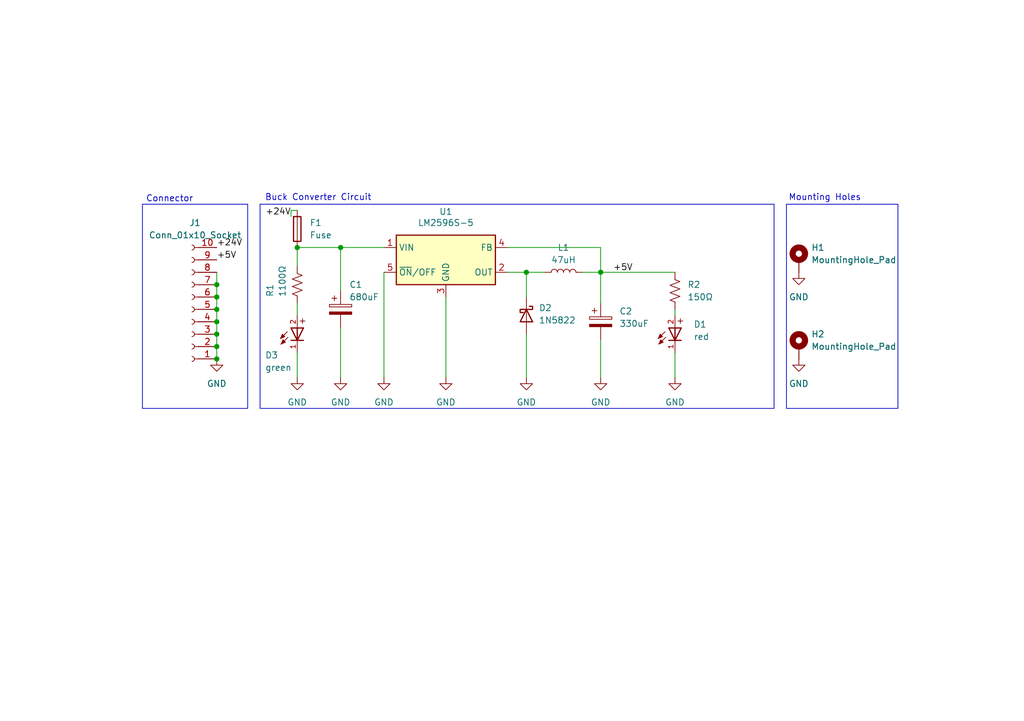
<source format=kicad_sch>
(kicad_sch (version 20250114) (generator "eeschema") (generator_version "9.0")
  (paper "A5")
  (lib_symbols
    (symbol "Device:C_Polarized" (pin_numbers (hide yes)) (pin_names (offset 0.254))
      (property "Reference" "C" (at 0.635 2.54 0))
      (property "Value" "C_Polarized" (at 0.635 -2.54 0))
      (symbol "C_Polarized_0_1"
        (rectangle (start -2.286 0.508) (end 2.286 1.016))
        (polyline (pts (xy -1.778 2.286) (xy -0.762 2.286)))
        (polyline (pts (xy -1.27 2.794) (xy -1.27 1.778)))
        (rectangle (start 2.286 -0.508) (end -2.286 -1.016) (fill (type outline)))
      )
      (symbol "C_Polarized_1_1"
        (pin passive line (at 0 3.81 270) (length 2.794) (name "~") (number "1"))
        (pin passive line (at 0 -3.81 90) (length 2.794) (name "~") (number "2"))
      )
    )
    (symbol "Device:Fuse" (pin_numbers (hide yes)) (pin_names (offset 0))
      (property "Reference" "F" (at 2.032 0 90))
      (property "Value" "Fuse" (at -1.905 0 90))
      (symbol "Fuse_0_1"
        (rectangle (start -0.762 -2.54) (end 0.762 2.54) (stroke (width 0.254)))
        (polyline (pts (xy 0 2.54) (xy 0 -2.54)))
      )
      (symbol "Fuse_1_1"
        (pin passive line (at 0 3.81 270) (length 1.27) (name "~") (number "1"))
        (pin passive line (at 0 -3.81 90) (length 1.27) (name "~") (number "2"))
      )
    )
    (symbol "Device:R_US" (pin_numbers (hide yes)) (pin_names (offset 0))
      (property "Reference" "R" (at 2.54 0 90))
      (property "Value" "R_US" (at -2.54 0 90))
      (symbol "R_US_0_1"
        (polyline (pts (xy 0 2.286) (xy 0 2.54)))
        (polyline (pts (xy 0 2.286) (xy 1.016 1.905) (xy 0 1.524) (xy -1.016 1.143) (xy 0 0.762)))
        (polyline (pts (xy 0 0.762) (xy 1.016 0.381) (xy 0 0) (xy -1.016 -0.381) (xy 0 -0.762)))
        (polyline (pts (xy 0 -0.762) (xy 1.016 -1.143) (xy 0 -1.524) (xy -1.016 -1.905) (xy 0 -2.286)))
        (polyline (pts (xy 0 -2.286) (xy 0 -2.54)))
      )
      (symbol "R_US_1_1"
        (pin passive line (at 0 3.81 270) (length 1.27) (name "~") (number "1"))
        (pin passive line (at 0 -3.81 90) (length 1.27) (name "~") (number "2"))
      )
    )
    (symbol "Library:1N5822" (pin_numbers (hide yes)) (pin_names (offset 1.016) (hide yes))
      (property "Reference" "D" (at 0 2.54 0))
      (property "Value" "1N5822" (at 0 -2.54 0))
      (symbol "1N5822_0_1"
        (polyline (pts (xy -1.905 0.635) (xy -1.905 1.27) (xy -1.27 1.27) (xy -1.27 -1.27) (xy -0.635 -1.27) (xy -0.635 -0.635)) (stroke (width 0.254)))
        (polyline (pts (xy 1.27 1.27) (xy 1.27 -1.27) (xy -1.27 0) (xy 1.27 1.27)) (stroke (width 0.254)))
        (polyline (pts (xy 1.27 0) (xy -1.27 0)))
      )
      (symbol "1N5822_1_1"
        (pin passive line (at -3.81 0 0) (length 2.54) (name "K") (number "1"))
        (pin passive line (at 3.81 0 180) (length 2.54) (name "A") (number "2"))
      )
    )
    (symbol "Library:Conn_01x10_Socket" (pin_names (offset 1.016) (hide yes))
      (property "Reference" "J" (at 0 12.7 0))
      (property "Value" "Conn_01x10_Socket" (at 0 -15.24 0))
      (symbol "Conn_01x10_Socket_1_1"
        (polyline (pts (xy -1.27 10.16) (xy -0.508 10.16)) (stroke (width 0.1524)))
        (polyline (pts (xy -1.27 7.62) (xy -0.508 7.62)) (stroke (width 0.1524)))
        (polyline (pts (xy -1.27 5.08) (xy -0.508 5.08)) (stroke (width 0.1524)))
        (polyline (pts (xy -1.27 2.54) (xy -0.508 2.54)) (stroke (width 0.1524)))
        (polyline (pts (xy -1.27 0) (xy -0.508 0)) (stroke (width 0.1524)))
        (polyline (pts (xy -1.27 -2.54) (xy -0.508 -2.54)) (stroke (width 0.1524)))
        (polyline (pts (xy -1.27 -5.08) (xy -0.508 -5.08)) (stroke (width 0.1524)))
        (polyline (pts (xy -1.27 -7.62) (xy -0.508 -7.62)) (stroke (width 0.1524)))
        (polyline (pts (xy -1.27 -10.16) (xy -0.508 -10.16)) (stroke (width 0.1524)))
        (polyline (pts (xy -1.27 -12.7) (xy -0.508 -12.7)) (stroke (width 0.1524)))
        (arc (start 0 9.652) (mid -0.5058 10.16) (end 0 10.668) (stroke (width 0.1524)))
        (arc (start 0 7.112) (mid -0.5058 7.62) (end 0 8.128) (stroke (width 0.1524)))
        (arc (start 0 4.572) (mid -0.5058 5.08) (end 0 5.588) (stroke (width 0.1524)))
        (arc (start 0 2.032) (mid -0.5058 2.54) (end 0 3.048) (stroke (width 0.1524)))
        (arc (start 0 -0.508) (mid -0.5058 0) (end 0 0.508) (stroke (width 0.1524)))
        (arc (start 0 -3.048) (mid -0.5058 -2.54) (end 0 -2.032) (stroke (width 0.1524)))
        (arc (start 0 -5.588) (mid -0.5058 -5.08) (end 0 -4.572) (stroke (width 0.1524)))
        (arc (start 0 -8.128) (mid -0.5058 -7.62) (end 0 -7.112) (stroke (width 0.1524)))
        (arc (start 0 -10.668) (mid -0.5058 -10.16) (end 0 -9.652) (stroke (width 0.1524)))
        (arc (start 0 -13.208) (mid -0.5058 -12.7) (end 0 -12.192) (stroke (width 0.1524)))
        (pin passive line (at -5.08 10.16 0) (length 3.81) (name "Pin_1") (number "1"))
        (pin passive line (at -5.08 7.62 0) (length 3.81) (name "Pin_2") (number "2"))
        (pin passive line (at -5.08 5.08 0) (length 3.81) (name "Pin_3") (number "3"))
        (pin passive line (at -5.08 2.54 0) (length 3.81) (name "Pin_4") (number "4"))
        (pin passive line (at -5.08 0 0) (length 3.81) (name "Pin_5") (number "5"))
        (pin passive line (at -5.08 -2.54 0) (length 3.81) (name "Pin_6") (number "6"))
        (pin passive line (at -5.08 -5.08 0) (length 3.81) (name "Pin_7") (number "7"))
        (pin passive line (at -5.08 -7.62 0) (length 3.81) (name "Pin_8") (number "8"))
        (pin passive line (at -5.08 -10.16 0) (length 3.81) (name "Pin_9") (number "9"))
        (pin passive line (at -5.08 -12.7 0) (length 3.81) (name "Pin_10") (number "10"))
      )
    )
    (symbol "Library:L" (pin_numbers (hide yes)) (pin_names (offset 1.016) (hide yes))
      (property "Reference" "L" (at -1.27 0 90))
      (property "Value" "L" (at 1.905 0 90))
      (symbol "L_0_1"
        (arc (start 0 2.54) (mid 0.6323 1.905) (end 0 1.27))
        (arc (start 0 1.27) (mid 0.6323 0.635) (end 0 0))
        (arc (start 0 0) (mid 0.6323 -0.635) (end 0 -1.27))
        (arc (start 0 -1.27) (mid 0.6323 -1.905) (end 0 -2.54))
      )
      (symbol "L_1_1"
        (pin passive line (at 0 3.81 270) (length 1.27) (name "1") (number "1"))
        (pin passive line (at 0 -3.81 90) (length 1.27) (name "2") (number "2"))
      )
    )
    (symbol "Library:LM2596S-5"
      (property "Reference" "U" (at -10.16 6.35 0))
      (property "Value" "LM2596S-5" (at 0 6.35 0))
      (symbol "LM2596S-5_0_1"
        (rectangle (start -10.16 5.08) (end 10.16 -5.08) (stroke (width 0.254)) (fill (type background)))
      )
      (symbol "LM2596S-5_1_1"
        (pin power_in line (at -12.7 2.54 0) (length 2.54) (name "VIN") (number "1"))
        (pin input line (at -12.7 -2.54 0) (length 2.54) (name "~{ON}/OFF") (number "5"))
        (pin power_in line (at 0 -7.62 90) (length 2.54) (name "GND") (number "3"))
        (pin input line (at 12.7 2.54 180) (length 2.54) (name "FB") (number "4"))
        (pin output line (at 12.7 -2.54 180) (length 2.54) (name "OUT") (number "2"))
      )
    )
    (symbol "Library:WL-SMCW_0603" (pin_names (offset 1.016))
      (property "Reference" "D" (at -1.988 3.972 0))
      (property "Value" "WL-SMCW_0603" (at -2.628 -3.928 0))
      (symbol "WL-SMCW_0603_0_0"
        (polyline (pts (xy -0.762 3.302) (xy 0.127 2.921) (xy -0.381 2.413) (xy -0.762 3.302)) (stroke (width 0.1524)) (fill (type outline)))
        (polyline (pts (xy 0 0) (xy 0 1.27)) (stroke (width 0.254)))
        (polyline (pts (xy 0 0) (xy 2.54 1.27)) (stroke (width 0.254)))
        (polyline (pts (xy 0 0) (xy 2.54 0)) (stroke (width 0.254)))
        (polyline (pts (xy 0 -1.27) (xy 0 0)) (stroke (width 0.254)))
        (polyline (pts (xy 0.381 3.429) (xy 1.27 3.048) (xy 0.762 2.54) (xy 0.381 3.429)) (stroke (width 0.1524)) (fill (type outline)))
        (polyline (pts (xy 0.635 1.905) (xy -0.762 3.302)) (stroke (width 0.1524)))
        (polyline (pts (xy 1.778 2.032) (xy 0.381 3.429)) (stroke (width 0.1524)))
        (polyline (pts (xy 2.54 0) (xy 2.54 1.27)) (stroke (width 0.254)))
        (polyline (pts (xy 2.54 -1.27) (xy 0 0)) (stroke (width 0.254)))
        (polyline (pts (xy 2.54 -1.27) (xy 2.54 0)) (stroke (width 0.254)))
        (text "+" (at 3.08 -1.74 0) (effects (font (size 1.27 1.27)) (justify left bottom)))
        (pin passive line (at -2.54 0 0) (length 2.54) (name "~") (number "1"))
        (pin passive line (at 5.08 0 180) (length 2.54) (name "~") (number "2"))
      )
    )
    (symbol "Mechanical:MountingHole_Pad" (pin_numbers (hide yes)) (pin_names (offset 1.016) (hide yes)) (exclude_from_sim yes) (in_bom no)
      (property "Reference" "H" (at 0 6.35 0))
      (property "Value" "MountingHole_Pad" (at 0 4.445 0))
      (symbol "MountingHole_Pad_0_1"
        (circle (center 0 1.27) (radius 1.27) (stroke (width 1.27)))
      )
      (symbol "MountingHole_Pad_1_1"
        (pin input line (at 0 -2.54 90) (length 2.54) (name "1") (number "1"))
      )
    )
    (symbol "power:GND" (power) (pin_numbers (hide yes)) (pin_names (offset 0) (hide yes))
      (property "Value" "GND" (at 0 -3.81 0))
      (symbol "GND_0_1"
        (polyline (pts (xy 0 0) (xy 0 -1.27) (xy 1.27 -1.27) (xy 0 -2.54) (xy -1.27 -1.27) (xy 0 -1.27)))
      )
      (symbol "GND_1_1"
        (pin power_in line (at 0 0 270) (length 0) (name "~") (number "1"))
      )
    )
  )
  (rectangle (start 29.21 41.91) (end 50.8 83.82))
  (rectangle (start 53.34 41.91) (end 158.75 83.82))
  (rectangle (start 161.29 41.91) (end 184.15 83.82))
  (text "Connector" (at 34.798 40.894 0) (effects (font (size 1.27 1.27))))
  (text "Buck Converter Circuit" (at 65.278 40.64 0) (effects (font (size 1.27 1.27))))
  (text "Mounting Holes" (at 169.164 40.64 0) (effects (font (size 1.27 1.27))))
  (junction (at 44.45 73.66))
  (junction (at 44.45 71.12))
  (junction (at 60.96 50.8))
  (junction (at 44.45 63.5))
  (junction (at 69.85 50.8))
  (junction (at 44.45 66.04))
  (junction (at 44.45 58.42))
  (junction (at 123.19 55.88))
  (junction (at 107.95 55.88))
  (junction (at 44.45 60.96))
  (junction (at 44.45 68.58))
  (wire (pts (xy 107.95 55.88) (xy 111.76 55.88)))
  (wire (pts (xy 59.69 44.45) (xy 59.69 43.18)))
  (wire (pts (xy 123.19 50.8) (xy 123.19 55.88)))
  (wire (pts (xy 44.45 71.12) (xy 44.45 73.66)))
  (wire (pts (xy 60.96 50.8) (xy 60.96 54.61)))
  (wire (pts (xy 78.74 55.88) (xy 78.74 77.47)))
  (wire (pts (xy 44.45 55.88) (xy 44.45 58.42)))
  (wire (pts (xy 138.43 63.5) (xy 138.43 64.77)))
  (wire (pts (xy 104.14 55.88) (xy 107.95 55.88)))
  (wire (pts (xy 123.19 62.23) (xy 123.19 55.88)))
  (wire (pts (xy 44.45 68.58) (xy 44.45 71.12)))
  (wire (pts (xy 69.85 59.69) (xy 69.85 50.8)))
  (wire (pts (xy 123.19 69.85) (xy 123.19 77.47)))
  (wire (pts (xy 60.96 62.23) (xy 60.96 64.77)))
  (wire (pts (xy 44.45 60.96) (xy 44.45 63.5)))
  (wire (pts (xy 138.43 72.39) (xy 138.43 77.47)))
  (wire (pts (xy 69.85 67.31) (xy 69.85 77.47)))
  (wire (pts (xy 44.45 66.04) (xy 44.45 68.58)))
  (wire (pts (xy 91.44 60.96) (xy 91.44 77.47)))
  (wire (pts (xy 123.19 55.88) (xy 138.43 55.88)))
  (wire (pts (xy 104.14 50.8) (xy 123.19 50.8)))
  (wire (pts (xy 107.95 60.96) (xy 107.95 55.88)))
  (wire (pts (xy 44.45 58.42) (xy 44.45 60.96)))
  (wire (pts (xy 69.85 50.8) (xy 78.74 50.8)))
  (wire (pts (xy 119.38 55.88) (xy 123.19 55.88)))
  (wire (pts (xy 60.96 72.39) (xy 60.96 77.47)))
  (wire (pts (xy 107.95 68.58) (xy 107.95 77.47)))
  (wire (pts (xy 59.69 43.18) (xy 60.96 43.18)))
  (wire (pts (xy 60.96 50.8) (xy 69.85 50.8)))
  (wire (pts (xy 44.45 63.5) (xy 44.45 66.04)))
  (label "+5V" (at 125.73 55.88 0))
  (label "+5V" (at 44.45 53.34 0))
  (label "+24V" (at 59.69 44.45 180))
  (label "+24V" (at 44.45 50.8 0))
  (symbol (lib_id "Library:1N5822") (at 107.95 64.77 270) (unit 1)
    (property "Reference" "D2" (at 110.49 63.1824 90) (effects (justify left)))
    (property "Value" "1N5822" (at 110.49 65.7224 90) (effects (justify left)))
    (property "Footprint" "Diode_THT:D_DO-201AD_P15.24mm_Horizontal" (effects (hide yes)))
    (property "Datasheet" "http://www.vishay.com/docs/88526/1n5820.pdf" (effects (hide yes)))
    (property "Description" "40V 3A Schottky Barrier Rectifier Diode, DO-201AD" (effects (hide yes)))
  )
  (symbol (lib_id "Library:Conn_01x10_Socket") (at 39.37 63.5 180) (unit 1)
    (property "Reference" "J1" (at 40.005 45.72 0))
    (property "Value" "Conn_01x10_Socket" (at 40.005 48.26 0))
    (property "Footprint" "Library:PRECI-DIP_310-87-110-41-001101" (effects (hide yes)))
    (property "Datasheet" "https://precidip.com/product/310-87-110-41-001101/" (effects (hide yes)))
    (property "Description" "Generic connector, single row, 01x10, script generated" (effects (hide yes)))
  )
  (symbol (lib_id "Device:C_Polarized") (at 123.19 66.04 0) (unit 1)
    (property "Reference" "C2" (at 127 63.8809 0) (effects (justify left)))
    (property "Value" "330uF" (at 127 66.4209 0) (effects (justify left)))
    (property "Footprint" "Capacitor_THT:CP_Radial_D8.0mm_P3.50mm" (effects (hide yes)))
    (property "Datasheet" "https://industrial.panasonic.com/cdbs/www-data/pdf/RDF0000/ABA0000C1259.pdf" (effects (hide yes)))
    (property "Description" "Polarized capacitor" (effects (hide yes)))
  )
  (symbol (lib_id "power:GND") (at 91.44 77.47 0) (unit 1)
    (property "Reference" "#PWR04" (effects (hide yes)))
    (property "Value" "GND" (at 91.44 82.55 0))
    (property "Description" "Power symbol creates a global label with name \"GND\" , ground" (effects (hide yes)))
  )
  (symbol (lib_id "Device:Fuse") (at 60.96 46.99 0) (unit 1)
    (property "Reference" "F1" (at 63.5 45.7199 0) (effects (justify left)))
    (property "Value" "Fuse" (at 63.5 48.2599 0) (effects (justify left)))
    (property "Footprint" "Diode_SMD:D_0402_1005Metric_Pad0.77x0.64mm_HandSolder" (effects (hide yes)))
    (property "Datasheet" "https://industrial.panasonic.com/cdbs/www-data/pdf/AFA0000/AFA0000C7.pdf" (effects (hide yes)))
    (property "Description" "Fuse" (effects (hide yes)))
  )
  (symbol (lib_id "Library:L") (at 115.57 55.88 90) (unit 1)
    (property "Reference" "L1" (at 115.57 50.8 90))
    (property "Value" "47uH" (at 115.57 53.34 90))
    (property "Footprint" "Library:output inductor" (effects (hide yes)))
    (property "Datasheet" "bourns.com/docs/Product-Datasheets/SRP1038A.pdf" (effects (hide yes)))
    (property "Description" "Inductor" (effects (hide yes)))
  )
  (symbol (lib_id "Device:C_Polarized") (at 69.85 63.5 0) (unit 1)
    (property "Reference" "C1" (at 71.628 58.42 0) (effects (justify left)))
    (property "Value" "680uF" (at 71.628 60.96 0) (effects (justify left)))
    (property "Footprint" "Library:CAPAE660X800N" (effects (hide yes)))
    (property "Datasheet" "https://industrial.panasonic.com/cdbs/www-data/pdf/RDE0000/ABA0000C1240.pdf" (effects (hide yes)))
    (property "Description" "Polarized capacitor" (effects (hide yes)))
  )
  (symbol (lib_id "power:GND") (at 163.83 55.88 0) (unit 1)
    (property "Reference" "#PWR02" (effects (hide yes)))
    (property "Value" "GND" (at 163.83 60.96 0))
    (property "Description" "Power symbol creates a global label with name \"GND\" , ground" (effects (hide yes)))
  )
  (symbol (lib_id "Library:WL-SMCW_0603") (at 138.43 69.85 90) (unit 1)
    (property "Reference" "D1" (at 142.24 66.5616 90) (effects (justify right)))
    (property "Value" "red" (at 142.24 69.1016 90) (effects (justify right)))
    (property "Footprint" "LED_SMD:LED_1206_3216Metric_Pad1.42x1.75mm_HandSolder" (effects (hide yes)))
    (property "Datasheet" "https://www.mouser.com/datasheet/2/50/SM1206HC-3001920.pdf" (effects (hide yes)))
    (property "Description" "Light emitting diode" (effects (hide yes)))
  )
  (symbol (lib_id "Library:LM2596S-5") (at 91.44 53.34 0) (unit 1)
    (property "Reference" "U1" (at 91.44 43.434 0))
    (property "Value" "LM2596S-5" (at 91.44 45.72 0))
    (property "Footprint" "Package_TO_SOT_SMD:TO-263-5_TabPin3" (effects (hide yes)))
    (property "Datasheet" "http://www.ti.com/lit/ds/symlink/lm2596.pdf" (effects (hide yes)))
    (property "Description" "5V 3A Step-Down Voltage Regulator, TO-263" (effects (hide yes)))
  )
  (symbol (lib_id "power:GND") (at 163.83 73.66 0) (unit 1)
    (property "Reference" "#PWR01" (effects (hide yes)))
    (property "Value" "GND" (at 163.83 78.74 0))
    (property "Description" "Power symbol creates a global label with name \"GND\" , ground" (effects (hide yes)))
  )
  (symbol (lib_id "Library:WL-SMCW_0603") (at 60.96 69.85 90) (unit 1)
    (property "Reference" "D3" (at 54.356 72.898 90) (effects (justify right)))
    (property "Value" "green" (at 54.356 75.438 90) (effects (justify right)))
    (property "Footprint" "LED_SMD:LED_0603_1608Metric_Pad1.05x0.95mm_HandSolder" (effects (hide yes)))
    (property "Datasheet" "https://www.mouser.com/datasheet/2/50/SM0603PGC-3001706.pdf" (effects (hide yes)))
    (property "Description" "Light emitting diode" (effects (hide yes)))
  )
  (symbol (lib_id "power:GND") (at 78.74 77.47 0) (unit 1)
    (property "Reference" "#PWR010" (effects (hide yes)))
    (property "Value" "GND" (at 78.74 82.55 0))
    (property "Description" "Power symbol creates a global label with name \"GND\" , ground" (effects (hide yes)))
  )
  (symbol (lib_id "power:GND") (at 60.96 77.47 0) (unit 1)
    (property "Reference" "#PWR08" (effects (hide yes)))
    (property "Value" "GND" (at 60.96 82.55 0))
    (property "Description" "Power symbol creates a global label with name \"GND\" , ground" (effects (hide yes)))
  )
  (symbol (lib_id "power:GND") (at 69.85 77.47 0) (unit 1)
    (property "Reference" "#PWR09" (effects (hide yes)))
    (property "Value" "GND" (at 69.85 82.55 0))
    (property "Description" "Power symbol creates a global label with name \"GND\" , ground" (effects (hide yes)))
  )
  (symbol (lib_id "Mechanical:MountingHole_Pad") (at 163.83 53.34 0) (unit 1) (exclude_from_sim yes) (in_bom no)
    (property "Reference" "H1" (at 166.37 50.7999 0) (effects (justify left)))
    (property "Value" "MountingHole_Pad" (at 166.37 53.3399 0) (effects (justify left)))
    (property "Footprint" "MountingHole:MountingHole_3.7mm_Pad" (effects (hide yes)))
    (property "Description" "Mounting Hole with connection" (effects (hide yes)))
  )
  (symbol (lib_id "Mechanical:MountingHole_Pad") (at 163.83 71.12 0) (unit 1) (exclude_from_sim yes) (in_bom no)
    (property "Reference" "H2" (at 166.37 68.5799 0) (effects (justify left)))
    (property "Value" "MountingHole_Pad" (at 166.37 71.1199 0) (effects (justify left)))
    (property "Footprint" "MountingHole:MountingHole_3.7mm_Pad" (effects (hide yes)))
    (property "Description" "Mounting Hole with connection" (effects (hide yes)))
  )
  (symbol (lib_id "power:GND") (at 123.19 77.47 0) (unit 1)
    (property "Reference" "#PWR06" (effects (hide yes)))
    (property "Value" "GND" (at 123.19 82.55 0))
    (property "Description" "Power symbol creates a global label with name \"GND\" , ground" (effects (hide yes)))
  )
  (symbol (lib_id "power:GND") (at 44.45 73.66 0) (unit 1)
    (property "Reference" "#PWR03" (effects (hide yes)))
    (property "Value" "GND" (at 44.45 78.74 0))
    (property "Description" "Power symbol creates a global label with name \"GND\" , ground" (effects (hide yes)))
  )
  (symbol (lib_id "power:GND") (at 107.95 77.47 0) (unit 1)
    (property "Reference" "#PWR05" (effects (hide yes)))
    (property "Value" "GND" (at 107.95 82.55 0))
    (property "Description" "Power symbol creates a global label with name \"GND\" , ground" (effects (hide yes)))
  )
  (symbol (lib_id "Device:R_US") (at 60.96 58.42 0) (unit 1)
    (property "Reference" "R1" (at 55.372 60.96 90) (effects (justify left)))
    (property "Value" "1100Ω" (at 57.912 60.96 90) (effects (justify left)))
    (property "Footprint" "Resistor_SMD:R_1210_3225Metric_Pad1.30x2.65mm_HandSolder" (effects (hide yes)))
    (property "Datasheet" "https://www.vishay.com/docs/20043/crcwhpe3.pdf" (effects (hide yes)))
    (property "Description" "Resistor, US symbol" (effects (hide yes)))
  )
  (symbol (lib_id "Device:R_US") (at 138.43 59.69 0) (unit 1)
    (property "Reference" "R2" (at 140.97 58.4199 0) (effects (justify left)))
    (property "Value" "150Ω" (at 140.97 60.9599 0) (effects (justify left)))
    (property "Footprint" "Resistor_SMD:R_0805_2012Metric_Pad1.20x1.40mm_HandSolder" (effects (hide yes)))
    (property "Datasheet" "https://fscdn.rohm.com/en/products/databook/datasheet/passive/resistor/chip_resistor/sdr-e.pdf" (effects (hide yes)))
    (property "Description" "Resistor, US symbol" (effects (hide yes)))
  )
  (symbol (lib_id "power:GND") (at 138.43 77.47 0) (unit 1)
    (property "Reference" "#PWR07" (effects (hide yes)))
    (property "Value" "GND" (at 138.43 82.55 0))
    (property "Description" "Power symbol creates a global label with name \"GND\" , ground" (effects (hide yes)))
  )
)
</source>
